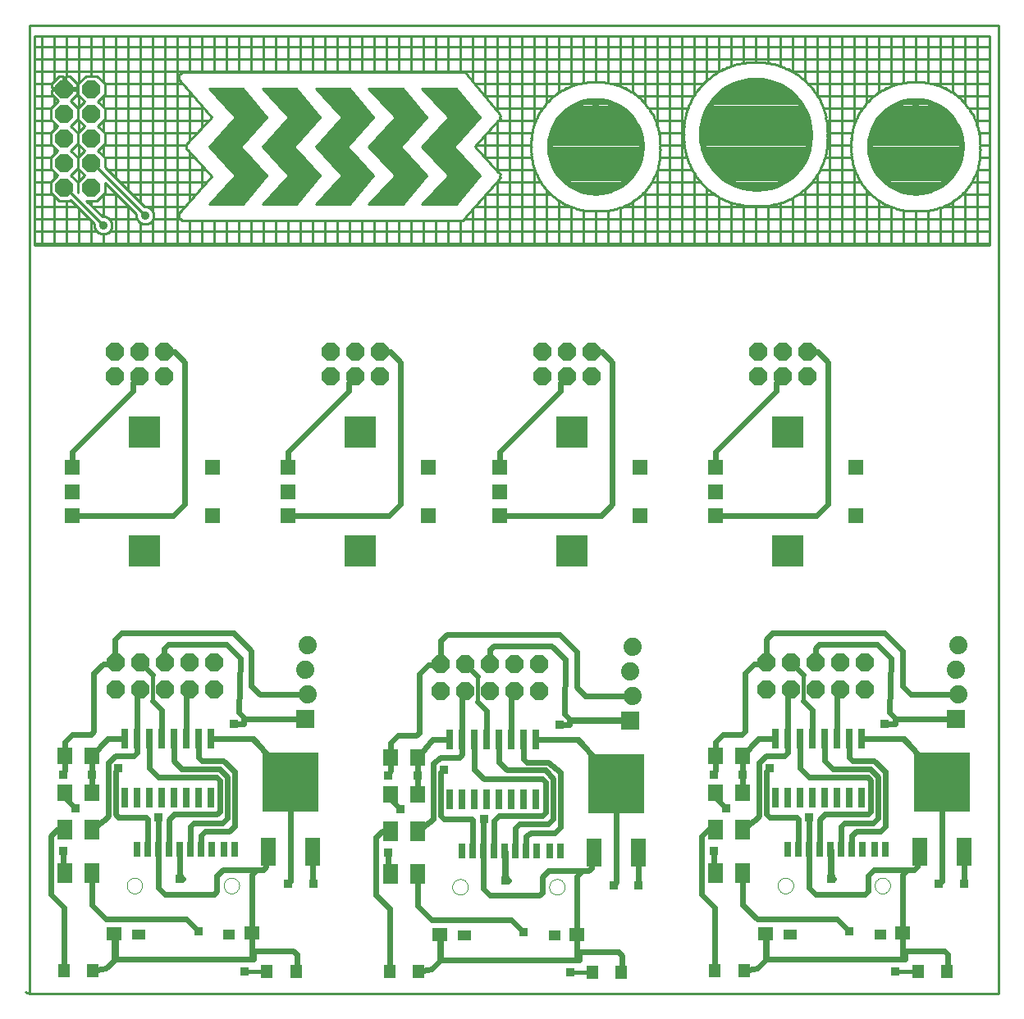
<source format=gtl>
G75*
G70*
%OFA0B0*%
%FSLAX24Y24*%
%IPPOS*%
%LPD*%
%AMOC8*
5,1,8,0,0,1.08239X$1,22.5*
%
%ADD10C,0.0100*%
%ADD11OC8,0.0740*%
%ADD12R,0.0594X0.0594*%
%ADD13R,0.1266X0.1266*%
%ADD14R,0.2283X0.2441*%
%ADD15R,0.0630X0.1181*%
%ADD16R,0.0630X0.0709*%
%ADD17R,0.0260X0.0800*%
%ADD18R,0.0591X0.0531*%
%ADD19R,0.0551X0.0394*%
%ADD20R,0.0512X0.0394*%
%ADD21R,0.0295X0.0591*%
%ADD22C,0.0000*%
%ADD23R,0.0472X0.0551*%
%ADD24R,0.0630X0.0787*%
%ADD25R,0.0740X0.0740*%
%ADD26C,0.0740*%
%ADD27C,0.0340*%
%ADD28C,0.0240*%
%ADD29R,0.0356X0.0356*%
%ADD30C,0.0160*%
%ADD31C,0.0360*%
D10*
X000304Y002050D02*
X000304Y041420D01*
X039674Y041420D01*
X039674Y002050D01*
X000304Y002050D01*
X000150Y002101D01*
X000524Y032492D02*
X000524Y040992D01*
X039304Y040992D01*
X039304Y032492D01*
X000524Y032492D01*
X000524Y032550D02*
X039304Y032550D01*
X039304Y033050D02*
X003556Y033050D01*
X003600Y033094D02*
X003502Y032995D01*
X003373Y032942D01*
X003234Y032942D01*
X003105Y032995D01*
X003007Y033094D01*
X002954Y033223D01*
X002954Y033331D01*
X001974Y034311D01*
X001946Y034283D01*
X001499Y034283D01*
X001182Y034599D01*
X001182Y035047D01*
X001459Y035323D01*
X001182Y035599D01*
X001182Y036047D01*
X001459Y036323D01*
X001182Y036599D01*
X001182Y037047D01*
X001459Y037323D01*
X001182Y037599D01*
X001182Y038047D01*
X001473Y038337D01*
X001202Y038608D01*
X001202Y038773D01*
X001672Y038773D01*
X001672Y038873D01*
X001202Y038873D01*
X001202Y039038D01*
X001507Y039343D01*
X001672Y039343D01*
X001672Y038873D01*
X001772Y038873D01*
X001772Y039343D01*
X001938Y039343D01*
X002242Y039038D01*
X002242Y038873D01*
X001772Y038873D01*
X001772Y038773D01*
X002242Y038773D01*
X002242Y038608D01*
X001972Y038337D01*
X002262Y038047D01*
X002262Y037599D01*
X001986Y037323D01*
X002262Y037047D01*
X002262Y036599D01*
X001986Y036323D01*
X002262Y036047D01*
X002262Y035599D01*
X001986Y035323D01*
X002262Y035047D01*
X002262Y034645D01*
X002282Y034625D01*
X002282Y035047D01*
X002559Y035323D01*
X002282Y035599D01*
X002282Y036047D01*
X002559Y036323D01*
X002282Y036599D01*
X002282Y037047D01*
X002559Y037323D01*
X002282Y037599D01*
X002282Y038047D01*
X002559Y038323D01*
X002282Y038599D01*
X002282Y039047D01*
X002599Y039363D01*
X003046Y039363D01*
X003362Y039047D01*
X003362Y038599D01*
X003086Y038323D01*
X003362Y038047D01*
X003362Y037599D01*
X003086Y037323D01*
X003362Y037047D01*
X003362Y036599D01*
X003086Y036323D01*
X003362Y036047D01*
X003362Y035645D01*
X004965Y034042D01*
X005073Y034042D01*
X005202Y033989D01*
X005300Y033890D01*
X005354Y033762D01*
X005354Y033623D01*
X005300Y033494D01*
X005202Y033395D01*
X005073Y033342D01*
X004934Y033342D01*
X004805Y033395D01*
X004707Y033494D01*
X004654Y033623D01*
X004654Y033731D01*
X003362Y035023D01*
X003362Y034599D01*
X003046Y034283D01*
X002624Y034283D01*
X003265Y033642D01*
X003373Y033642D01*
X003502Y033589D01*
X003600Y033490D01*
X003654Y033362D01*
X003654Y033223D01*
X003600Y033094D01*
X003304Y032942D02*
X003304Y032492D01*
X003804Y032492D02*
X003804Y034581D01*
X003835Y034550D02*
X003313Y034550D01*
X003304Y034541D02*
X003304Y033642D01*
X003541Y033550D02*
X004684Y033550D01*
X004804Y033397D02*
X004804Y032492D01*
X005304Y032492D02*
X005304Y033502D01*
X005324Y033550D02*
X006433Y033550D01*
X006453Y033531D02*
X006513Y033472D01*
X006521Y033472D01*
X006527Y033467D01*
X006611Y033472D01*
X017721Y033472D01*
X017727Y033467D01*
X017811Y033472D01*
X017895Y033472D01*
X017901Y033478D01*
X017909Y033479D01*
X017964Y033542D01*
X018024Y033601D01*
X018024Y033610D01*
X019361Y035138D01*
X019419Y035191D01*
X019420Y035205D01*
X019429Y035216D01*
X019424Y035294D01*
X019428Y035373D01*
X019418Y035383D01*
X019417Y035398D01*
X019358Y035450D01*
X018424Y036477D01*
X018424Y036483D01*
X018415Y036492D01*
X018424Y036501D01*
X018424Y036507D01*
X019355Y037532D01*
X019413Y037579D01*
X019415Y037598D01*
X019428Y037612D01*
X019424Y037686D01*
X019432Y037760D01*
X019420Y037775D01*
X019419Y037794D01*
X019364Y037844D01*
X018124Y039370D01*
X018124Y039383D01*
X018067Y039440D01*
X018017Y039502D01*
X018004Y039503D01*
X017995Y039512D01*
X017915Y039512D01*
X017836Y039520D01*
X017826Y039512D01*
X006611Y039512D01*
X006527Y039518D01*
X006521Y039512D01*
X006513Y039512D01*
X006453Y039453D01*
X006390Y039398D01*
X006390Y039389D01*
X006384Y039383D01*
X006384Y039300D01*
X006378Y039216D01*
X006384Y039210D01*
X006384Y039201D01*
X006443Y039142D01*
X007708Y037696D01*
X006748Y036648D01*
X006688Y036593D01*
X006687Y036582D01*
X006680Y036574D01*
X006684Y036492D01*
X006680Y036411D01*
X006687Y036403D01*
X006688Y036392D01*
X006748Y036337D01*
X007708Y035289D01*
X006443Y033843D01*
X006384Y033783D01*
X006384Y033775D01*
X006378Y033769D01*
X006384Y033685D01*
X006384Y033601D01*
X006390Y033595D01*
X006390Y033587D01*
X006453Y033531D01*
X006804Y033472D02*
X006804Y032492D01*
X007304Y032492D02*
X007304Y033472D01*
X007804Y033472D02*
X007804Y032492D01*
X008304Y032492D02*
X008304Y033472D01*
X008973Y034130D02*
X007595Y034130D01*
X008678Y035311D01*
X007595Y036492D01*
X008678Y037673D01*
X007595Y038854D01*
X008973Y038854D01*
X009957Y037673D01*
X008875Y036492D01*
X009957Y035311D01*
X008973Y034130D01*
X008999Y034161D02*
X007623Y034161D01*
X007714Y034259D02*
X009081Y034259D01*
X009163Y034358D02*
X007804Y034358D01*
X007894Y034456D02*
X009245Y034456D01*
X009327Y034555D02*
X007984Y034555D01*
X008075Y034653D02*
X009409Y034653D01*
X009491Y034752D02*
X008165Y034752D01*
X008255Y034850D02*
X009573Y034850D01*
X009655Y034949D02*
X008346Y034949D01*
X008436Y035047D02*
X009737Y035047D01*
X009820Y035146D02*
X008526Y035146D01*
X008617Y035244D02*
X009902Y035244D01*
X009928Y035343D02*
X008649Y035343D01*
X008558Y035441D02*
X009838Y035441D01*
X009748Y035540D02*
X008468Y035540D01*
X008378Y035638D02*
X009657Y035638D01*
X009567Y035737D02*
X008288Y035737D01*
X008197Y035835D02*
X009477Y035835D01*
X009386Y035934D02*
X008107Y035934D01*
X008017Y036032D02*
X009296Y036032D01*
X009206Y036131D02*
X007926Y036131D01*
X007836Y036229D02*
X009116Y036229D01*
X009025Y036328D02*
X007746Y036328D01*
X007656Y036426D02*
X008935Y036426D01*
X008904Y036525D02*
X007625Y036525D01*
X007715Y036623D02*
X008995Y036623D01*
X009085Y036722D02*
X007806Y036722D01*
X007896Y036820D02*
X009175Y036820D01*
X009266Y036919D02*
X007986Y036919D01*
X008076Y037017D02*
X009356Y037017D01*
X009446Y037116D02*
X008167Y037116D01*
X008257Y037214D02*
X009537Y037214D01*
X009627Y037313D02*
X008347Y037313D01*
X008438Y037411D02*
X009717Y037411D01*
X009807Y037510D02*
X008528Y037510D01*
X008618Y037608D02*
X009898Y037608D01*
X009929Y037707D02*
X008647Y037707D01*
X008557Y037805D02*
X009847Y037805D01*
X009765Y037904D02*
X008466Y037904D01*
X008376Y038002D02*
X009683Y038002D01*
X009601Y038101D02*
X008286Y038101D01*
X008196Y038199D02*
X009519Y038199D01*
X009437Y038298D02*
X008105Y038298D01*
X008015Y038396D02*
X009355Y038396D01*
X009273Y038495D02*
X007925Y038495D01*
X007834Y038593D02*
X009191Y038593D01*
X009109Y038692D02*
X007744Y038692D01*
X007654Y038790D02*
X009026Y038790D01*
X008804Y039512D02*
X008804Y040992D01*
X009304Y040992D02*
X009304Y039512D01*
X009804Y039512D02*
X009804Y040992D01*
X010304Y040992D02*
X010304Y039512D01*
X009760Y038854D02*
X011138Y038854D01*
X012123Y037673D01*
X011040Y036492D01*
X012123Y035311D01*
X011138Y034130D01*
X009760Y034130D01*
X010843Y035311D01*
X009760Y036492D01*
X010843Y037673D01*
X009760Y038854D01*
X009819Y038790D02*
X011192Y038790D01*
X011274Y038692D02*
X009910Y038692D01*
X010000Y038593D02*
X011356Y038593D01*
X011438Y038495D02*
X010090Y038495D01*
X010180Y038396D02*
X011520Y038396D01*
X011602Y038298D02*
X010271Y038298D01*
X010361Y038199D02*
X011684Y038199D01*
X011766Y038101D02*
X010451Y038101D01*
X010542Y038002D02*
X011848Y038002D01*
X011931Y037904D02*
X010632Y037904D01*
X010722Y037805D02*
X012013Y037805D01*
X012095Y037707D02*
X010812Y037707D01*
X010784Y037608D02*
X012063Y037608D01*
X011973Y037510D02*
X010693Y037510D01*
X010603Y037411D02*
X011882Y037411D01*
X011792Y037313D02*
X010513Y037313D01*
X010422Y037214D02*
X011702Y037214D01*
X011612Y037116D02*
X010332Y037116D01*
X010242Y037017D02*
X011521Y037017D01*
X011431Y036919D02*
X010151Y036919D01*
X010061Y036820D02*
X011341Y036820D01*
X011250Y036722D02*
X009971Y036722D01*
X009881Y036623D02*
X011160Y036623D01*
X011070Y036525D02*
X009790Y036525D01*
X009821Y036426D02*
X011100Y036426D01*
X011191Y036328D02*
X009911Y036328D01*
X010001Y036229D02*
X011281Y036229D01*
X011371Y036131D02*
X010092Y036131D01*
X010182Y036032D02*
X011462Y036032D01*
X011552Y035934D02*
X010272Y035934D01*
X010363Y035835D02*
X011642Y035835D01*
X011732Y035737D02*
X010453Y035737D01*
X010543Y035638D02*
X011823Y035638D01*
X011913Y035540D02*
X010633Y035540D01*
X010724Y035441D02*
X012003Y035441D01*
X012094Y035343D02*
X010814Y035343D01*
X010782Y035244D02*
X012067Y035244D01*
X011985Y035146D02*
X010692Y035146D01*
X010601Y035047D02*
X011903Y035047D01*
X011821Y034949D02*
X010511Y034949D01*
X010421Y034850D02*
X011739Y034850D01*
X011657Y034752D02*
X010330Y034752D01*
X010240Y034653D02*
X011574Y034653D01*
X011492Y034555D02*
X010150Y034555D01*
X010060Y034456D02*
X011410Y034456D01*
X011328Y034358D02*
X009969Y034358D01*
X009879Y034259D02*
X011246Y034259D01*
X011164Y034161D02*
X009789Y034161D01*
X009804Y033472D02*
X009804Y032492D01*
X010304Y032492D02*
X010304Y033472D01*
X010804Y033472D02*
X010804Y032492D01*
X011304Y032492D02*
X011304Y033472D01*
X011804Y033472D02*
X011804Y032492D01*
X012304Y032492D02*
X012304Y033472D01*
X011926Y034130D02*
X013008Y035311D01*
X011926Y036492D01*
X013008Y037673D01*
X011926Y038854D01*
X013304Y038854D01*
X014288Y037673D01*
X013205Y036492D01*
X014288Y035311D01*
X013304Y034130D01*
X011926Y034130D01*
X011954Y034161D02*
X013329Y034161D01*
X013411Y034259D02*
X012044Y034259D01*
X012135Y034358D02*
X013494Y034358D01*
X013576Y034456D02*
X012225Y034456D01*
X012315Y034555D02*
X013658Y034555D01*
X013740Y034653D02*
X012405Y034653D01*
X012496Y034752D02*
X013822Y034752D01*
X013904Y034850D02*
X012586Y034850D01*
X012676Y034949D02*
X013986Y034949D01*
X014068Y035047D02*
X012767Y035047D01*
X012857Y035146D02*
X014150Y035146D01*
X014232Y035244D02*
X012947Y035244D01*
X012979Y035343D02*
X014259Y035343D01*
X014169Y035441D02*
X012889Y035441D01*
X012799Y035540D02*
X014078Y035540D01*
X013988Y035638D02*
X012709Y035638D01*
X012618Y035737D02*
X013898Y035737D01*
X013807Y035835D02*
X012528Y035835D01*
X012438Y035934D02*
X013717Y035934D01*
X013627Y036032D02*
X012347Y036032D01*
X012257Y036131D02*
X013537Y036131D01*
X013446Y036229D02*
X012167Y036229D01*
X012077Y036328D02*
X013356Y036328D01*
X013266Y036426D02*
X011986Y036426D01*
X011956Y036525D02*
X013235Y036525D01*
X013325Y036623D02*
X012046Y036623D01*
X012136Y036722D02*
X013416Y036722D01*
X013506Y036820D02*
X012227Y036820D01*
X012317Y036919D02*
X013596Y036919D01*
X013687Y037017D02*
X012407Y037017D01*
X012497Y037116D02*
X013777Y037116D01*
X013867Y037214D02*
X012588Y037214D01*
X012678Y037313D02*
X013958Y037313D01*
X014048Y037411D02*
X012768Y037411D01*
X012859Y037510D02*
X014138Y037510D01*
X014228Y037608D02*
X012949Y037608D01*
X012978Y037707D02*
X014260Y037707D01*
X014178Y037805D02*
X012887Y037805D01*
X012797Y037904D02*
X014096Y037904D01*
X014014Y038002D02*
X012707Y038002D01*
X012617Y038101D02*
X013932Y038101D01*
X013850Y038199D02*
X012526Y038199D01*
X012436Y038298D02*
X013768Y038298D01*
X013686Y038396D02*
X012346Y038396D01*
X012255Y038495D02*
X013603Y038495D01*
X013521Y038593D02*
X012165Y038593D01*
X012075Y038692D02*
X013439Y038692D01*
X013357Y038790D02*
X011985Y038790D01*
X011804Y039512D02*
X011804Y040992D01*
X012304Y040992D02*
X012304Y039512D01*
X012804Y039512D02*
X012804Y040992D01*
X013304Y040992D02*
X013304Y039512D01*
X013804Y039512D02*
X013804Y040992D01*
X014304Y040992D02*
X014304Y039512D01*
X014091Y038854D02*
X015469Y038854D01*
X016453Y037673D01*
X015371Y036492D01*
X016453Y035311D01*
X015469Y034130D01*
X014091Y034130D01*
X015174Y035311D01*
X014091Y036492D01*
X015174Y037673D01*
X014091Y038854D01*
X014150Y038790D02*
X015523Y038790D01*
X015605Y038692D02*
X014240Y038692D01*
X014331Y038593D02*
X015687Y038593D01*
X015769Y038495D02*
X014421Y038495D01*
X014511Y038396D02*
X015851Y038396D01*
X015933Y038298D02*
X014601Y038298D01*
X014692Y038199D02*
X016015Y038199D01*
X016097Y038101D02*
X014782Y038101D01*
X014872Y038002D02*
X016179Y038002D01*
X016261Y037904D02*
X014963Y037904D01*
X015053Y037805D02*
X016343Y037805D01*
X016425Y037707D02*
X015143Y037707D01*
X015114Y037608D02*
X016394Y037608D01*
X016303Y037510D02*
X015024Y037510D01*
X014934Y037411D02*
X016213Y037411D01*
X016123Y037313D02*
X014843Y037313D01*
X014753Y037214D02*
X016033Y037214D01*
X015942Y037116D02*
X014663Y037116D01*
X014572Y037017D02*
X015852Y037017D01*
X015762Y036919D02*
X014482Y036919D01*
X014392Y036820D02*
X015671Y036820D01*
X015581Y036722D02*
X014302Y036722D01*
X014211Y036623D02*
X015491Y036623D01*
X015401Y036525D02*
X014121Y036525D01*
X014152Y036426D02*
X015431Y036426D01*
X015521Y036328D02*
X014242Y036328D01*
X014332Y036229D02*
X015612Y036229D01*
X015702Y036131D02*
X014422Y036131D01*
X014513Y036032D02*
X015792Y036032D01*
X015883Y035934D02*
X014603Y035934D01*
X014693Y035835D02*
X015973Y035835D01*
X016063Y035737D02*
X014784Y035737D01*
X014874Y035638D02*
X016153Y035638D01*
X016244Y035540D02*
X014964Y035540D01*
X015054Y035441D02*
X016334Y035441D01*
X016424Y035343D02*
X015145Y035343D01*
X015113Y035244D02*
X016398Y035244D01*
X016316Y035146D02*
X015022Y035146D01*
X014932Y035047D02*
X016234Y035047D01*
X016151Y034949D02*
X014842Y034949D01*
X014751Y034850D02*
X016069Y034850D01*
X015987Y034752D02*
X014661Y034752D01*
X014571Y034653D02*
X015905Y034653D01*
X015823Y034555D02*
X014481Y034555D01*
X014390Y034456D02*
X015741Y034456D01*
X015659Y034358D02*
X014300Y034358D01*
X014210Y034259D02*
X015577Y034259D01*
X015495Y034161D02*
X014119Y034161D01*
X014304Y033472D02*
X014304Y032492D01*
X013804Y032492D02*
X013804Y033472D01*
X013304Y033472D02*
X013304Y032492D01*
X012804Y032492D02*
X012804Y033472D01*
X014804Y033472D02*
X014804Y032492D01*
X015304Y032492D02*
X015304Y033472D01*
X015804Y033472D02*
X015804Y032492D01*
X016304Y032492D02*
X016304Y033472D01*
X016257Y034130D02*
X017339Y035311D01*
X016257Y036492D01*
X017339Y037673D01*
X016257Y038854D01*
X017634Y038854D01*
X018619Y037673D01*
X017536Y036492D01*
X018619Y035311D01*
X017634Y034130D01*
X016257Y034130D01*
X016285Y034161D02*
X017660Y034161D01*
X017742Y034259D02*
X016375Y034259D01*
X016465Y034358D02*
X017824Y034358D01*
X017906Y034456D02*
X016556Y034456D01*
X016646Y034555D02*
X017988Y034555D01*
X018071Y034653D02*
X016736Y034653D01*
X016826Y034752D02*
X018153Y034752D01*
X018235Y034850D02*
X016917Y034850D01*
X017007Y034949D02*
X018317Y034949D01*
X018399Y035047D02*
X017097Y035047D01*
X017188Y035146D02*
X018481Y035146D01*
X018563Y035244D02*
X017278Y035244D01*
X017310Y035343D02*
X018590Y035343D01*
X018499Y035441D02*
X017220Y035441D01*
X017130Y035540D02*
X018409Y035540D01*
X018319Y035638D02*
X017039Y035638D01*
X016949Y035737D02*
X018228Y035737D01*
X018138Y035835D02*
X016859Y035835D01*
X016768Y035934D02*
X018048Y035934D01*
X017958Y036032D02*
X016678Y036032D01*
X016588Y036131D02*
X017867Y036131D01*
X017777Y036229D02*
X016498Y036229D01*
X016407Y036328D02*
X017687Y036328D01*
X017596Y036426D02*
X016317Y036426D01*
X016286Y036525D02*
X017566Y036525D01*
X017656Y036623D02*
X016377Y036623D01*
X016467Y036722D02*
X017746Y036722D01*
X017837Y036820D02*
X016557Y036820D01*
X016648Y036919D02*
X017927Y036919D01*
X018017Y037017D02*
X016738Y037017D01*
X016828Y037116D02*
X018108Y037116D01*
X018198Y037214D02*
X016918Y037214D01*
X017009Y037313D02*
X018288Y037313D01*
X018379Y037411D02*
X017099Y037411D01*
X017189Y037510D02*
X018469Y037510D01*
X018559Y037608D02*
X017280Y037608D01*
X017308Y037707D02*
X018591Y037707D01*
X018509Y037805D02*
X017218Y037805D01*
X017128Y037904D02*
X018427Y037904D01*
X018345Y038002D02*
X017038Y038002D01*
X016947Y038101D02*
X018262Y038101D01*
X018180Y038199D02*
X016857Y038199D01*
X016767Y038298D02*
X018098Y038298D01*
X018016Y038396D02*
X016676Y038396D01*
X016586Y038495D02*
X017934Y038495D01*
X017852Y038593D02*
X016496Y038593D01*
X016406Y038692D02*
X017770Y038692D01*
X017688Y038790D02*
X016315Y038790D01*
X016304Y039512D02*
X016304Y040992D01*
X015804Y040992D02*
X015804Y039512D01*
X015304Y039512D02*
X015304Y040992D01*
X014804Y040992D02*
X014804Y039512D01*
X016804Y039512D02*
X016804Y040992D01*
X017304Y040992D02*
X017304Y039512D01*
X017804Y039512D02*
X017804Y040992D01*
X018304Y040992D02*
X018304Y039149D01*
X018384Y039050D02*
X022634Y039050D01*
X022601Y039039D02*
X022524Y039025D01*
X022515Y039013D01*
X022395Y038975D01*
X022381Y038981D01*
X022310Y038949D01*
X022236Y038926D01*
X022229Y038912D01*
X022114Y038861D01*
X022099Y038864D01*
X022032Y038824D01*
X021961Y038792D01*
X021956Y038778D01*
X021848Y038713D01*
X021833Y038714D01*
X021772Y038666D01*
X021705Y038626D01*
X021702Y038611D01*
X021603Y038534D01*
X021587Y038534D01*
X021532Y038479D01*
X021471Y038431D01*
X021469Y038416D01*
X021380Y038327D01*
X021365Y038325D01*
X021317Y038264D01*
X021262Y038209D01*
X021262Y038193D01*
X021185Y038094D01*
X021170Y038091D01*
X021129Y038024D01*
X021082Y037963D01*
X021083Y037948D01*
X021018Y037840D01*
X021004Y037834D01*
X020972Y037764D01*
X020932Y037697D01*
X020935Y037682D01*
X020884Y037567D01*
X020870Y037560D01*
X020847Y037486D01*
X020815Y037415D01*
X020821Y037401D01*
X020783Y037281D01*
X020771Y037272D01*
X020757Y037195D01*
X020733Y037121D01*
X020741Y037108D01*
X020718Y036984D01*
X020706Y036974D01*
X020702Y036896D01*
X020688Y036819D01*
X020696Y036807D01*
X020689Y036689D01*
X020684Y036683D01*
X020684Y036599D01*
X020679Y036515D01*
X020684Y036509D01*
X020684Y036501D01*
X020693Y036492D01*
X020684Y036483D01*
X020684Y036476D01*
X020679Y036470D01*
X020684Y036386D01*
X020684Y036301D01*
X020689Y036296D01*
X020696Y036177D01*
X020688Y036165D01*
X020702Y036088D01*
X020706Y036011D01*
X020718Y036001D01*
X020741Y035877D01*
X020733Y035863D01*
X020757Y035789D01*
X020771Y035712D01*
X020783Y035704D01*
X020821Y035584D01*
X020815Y035569D01*
X020847Y035498D01*
X020870Y035424D01*
X020884Y035417D01*
X020935Y035302D01*
X020932Y035288D01*
X020972Y035221D01*
X021004Y035150D01*
X021018Y035145D01*
X021083Y035037D01*
X021082Y035022D01*
X021129Y034960D01*
X021170Y034894D01*
X021185Y034890D01*
X021262Y034791D01*
X021262Y034776D01*
X021317Y034721D01*
X021365Y034660D01*
X021380Y034658D01*
X021469Y034569D01*
X021471Y034554D01*
X021532Y034506D01*
X021587Y034451D01*
X021603Y034451D01*
X021702Y034373D01*
X021705Y034358D01*
X021772Y034318D01*
X021833Y034270D01*
X021848Y034272D01*
X021956Y034207D01*
X021961Y034192D01*
X022032Y034161D01*
X022099Y034120D01*
X022114Y034124D01*
X022229Y034072D01*
X022236Y034059D01*
X022310Y034036D01*
X022381Y034004D01*
X022395Y034009D01*
X022515Y033972D01*
X022524Y033959D01*
X022601Y033945D01*
X022675Y033922D01*
X022688Y033929D01*
X022812Y033906D01*
X022822Y033895D01*
X022900Y033890D01*
X022976Y033876D01*
X022989Y033885D01*
X023107Y033878D01*
X023113Y033872D01*
X023197Y033872D01*
X023281Y033867D01*
X023287Y033872D01*
X023420Y033872D01*
X023426Y033867D01*
X023510Y033872D01*
X023595Y033872D01*
X023600Y033878D01*
X023706Y033884D01*
X023719Y033875D01*
X023795Y033889D01*
X023873Y033894D01*
X023883Y033906D01*
X023995Y033926D01*
X024009Y033919D01*
X024083Y033942D01*
X024160Y033956D01*
X024168Y033969D01*
X024277Y034003D01*
X024291Y033997D01*
X024362Y034029D01*
X024436Y034052D01*
X024443Y034066D01*
X024547Y034112D01*
X024562Y034109D01*
X024629Y034149D01*
X024700Y034181D01*
X024705Y034195D01*
X024802Y034254D01*
X024817Y034252D01*
X024879Y034300D01*
X024945Y034341D01*
X024949Y034355D01*
X025039Y034425D01*
X025054Y034425D01*
X025109Y034481D01*
X025170Y034529D01*
X025172Y034544D01*
X025252Y034624D01*
X025267Y034626D01*
X025315Y034687D01*
X025370Y034742D01*
X025370Y034757D01*
X025441Y034847D01*
X025455Y034851D01*
X025496Y034917D01*
X025544Y034979D01*
X025542Y034994D01*
X025601Y035091D01*
X025615Y035096D01*
X025647Y035167D01*
X025687Y035234D01*
X025684Y035249D01*
X025730Y035353D01*
X025744Y035360D01*
X025767Y035434D01*
X025799Y035505D01*
X025793Y035519D01*
X025827Y035628D01*
X025840Y035636D01*
X025854Y035713D01*
X025877Y035787D01*
X025870Y035801D01*
X025890Y035913D01*
X025902Y035923D01*
X025907Y036000D01*
X025921Y036077D01*
X025912Y036090D01*
X025918Y036196D01*
X025924Y036201D01*
X025924Y036286D01*
X025929Y036370D01*
X025924Y036376D01*
X025924Y036509D01*
X025929Y036515D01*
X025924Y036599D01*
X025924Y036683D01*
X025918Y036689D01*
X025911Y036807D01*
X025920Y036819D01*
X025906Y036896D01*
X025901Y036974D01*
X025890Y036984D01*
X025867Y037108D01*
X025874Y037121D01*
X025851Y037195D01*
X025837Y037272D01*
X025824Y037281D01*
X025787Y037401D01*
X025792Y037415D01*
X025760Y037486D01*
X025737Y037560D01*
X025724Y037567D01*
X025672Y037682D01*
X025676Y037697D01*
X025635Y037764D01*
X025604Y037834D01*
X025589Y037840D01*
X025524Y037948D01*
X025526Y037963D01*
X025478Y038024D01*
X025438Y038091D01*
X025423Y038094D01*
X025345Y038193D01*
X025345Y038209D01*
X025290Y038264D01*
X025242Y038325D01*
X025227Y038327D01*
X025138Y038416D01*
X025136Y038431D01*
X025075Y038479D01*
X025020Y038534D01*
X025005Y038534D01*
X024906Y038611D01*
X024902Y038626D01*
X024835Y038666D01*
X024774Y038714D01*
X024759Y038713D01*
X024651Y038778D01*
X024646Y038792D01*
X024575Y038824D01*
X024508Y038864D01*
X024494Y038861D01*
X024379Y038912D01*
X024372Y038926D01*
X024297Y038949D01*
X024227Y038981D01*
X024212Y038975D01*
X024092Y039013D01*
X024083Y039025D01*
X024007Y039039D01*
X023933Y039063D01*
X023919Y039055D01*
X023795Y039078D01*
X023785Y039090D01*
X023708Y039094D01*
X023631Y039108D01*
X023618Y039100D01*
X023500Y039107D01*
X023495Y039112D01*
X023410Y039112D01*
X023326Y039117D01*
X023320Y039112D01*
X023287Y039112D01*
X023281Y039117D01*
X023197Y039112D01*
X023113Y039112D01*
X023107Y039107D01*
X022989Y039100D01*
X022976Y039108D01*
X022900Y039094D01*
X022822Y039090D01*
X022812Y039078D01*
X022688Y039055D01*
X022675Y039063D01*
X022601Y039039D01*
X022804Y039077D02*
X022804Y040992D01*
X023304Y040992D02*
X023304Y039112D01*
X023804Y039077D02*
X023804Y040992D01*
X024304Y040992D02*
X024304Y038947D01*
X023974Y039050D02*
X027680Y039050D01*
X027656Y039026D02*
X027641Y039024D01*
X027593Y038962D01*
X027538Y038907D01*
X027538Y038892D01*
X027438Y038765D01*
X027423Y038761D01*
X027383Y038694D01*
X027335Y038633D01*
X027336Y038618D01*
X027253Y038479D01*
X027238Y038474D01*
X027206Y038403D01*
X027166Y038336D01*
X027170Y038322D01*
X027103Y038174D01*
X027090Y038167D01*
X027067Y038092D01*
X027035Y038021D01*
X027040Y038007D01*
X026992Y037852D01*
X026979Y037844D01*
X026965Y037767D01*
X026942Y037693D01*
X026949Y037679D01*
X026920Y037520D01*
X026909Y037510D01*
X026904Y037432D01*
X026890Y037356D01*
X026899Y037343D01*
X026889Y037189D01*
X026884Y037183D01*
X026884Y037099D01*
X026879Y037015D01*
X026884Y037009D01*
X026884Y037001D01*
X026893Y036992D01*
X026884Y036983D01*
X026884Y036976D01*
X026879Y036970D01*
X026884Y036886D01*
X026884Y036801D01*
X026889Y036796D01*
X026899Y036641D01*
X026890Y036629D01*
X026904Y036552D01*
X026909Y036475D01*
X026920Y036464D01*
X026949Y036305D01*
X026942Y036292D01*
X026965Y036217D01*
X026979Y036141D01*
X026992Y036132D01*
X027040Y035977D01*
X027035Y035963D01*
X027067Y035892D01*
X027090Y035818D01*
X027103Y035811D01*
X027170Y035663D01*
X027166Y035648D01*
X027206Y035582D01*
X027238Y035511D01*
X027253Y035505D01*
X027336Y035366D01*
X027335Y035351D01*
X027383Y035290D01*
X027423Y035223D01*
X027438Y035220D01*
X027538Y035092D01*
X027538Y035077D01*
X027593Y035022D01*
X027641Y034961D01*
X027656Y034959D01*
X027770Y034844D01*
X027772Y034829D01*
X027833Y034781D01*
X027889Y034726D01*
X027904Y034726D01*
X028031Y034626D01*
X028035Y034611D01*
X028102Y034571D01*
X028163Y034523D01*
X028178Y034525D01*
X028317Y034441D01*
X028322Y034427D01*
X028393Y034395D01*
X028460Y034355D01*
X028474Y034358D01*
X028622Y034292D01*
X028629Y034278D01*
X028704Y034255D01*
X028775Y034223D01*
X028789Y034229D01*
X028944Y034180D01*
X028952Y034168D01*
X029029Y034154D01*
X029103Y034131D01*
X029117Y034138D01*
X029276Y034108D01*
X029286Y034097D01*
X029364Y034092D01*
X029440Y034078D01*
X029453Y034087D01*
X029607Y034078D01*
X029613Y034072D01*
X029697Y034072D01*
X029781Y034067D01*
X029787Y034072D01*
X029920Y034072D01*
X029926Y034067D01*
X030010Y034072D01*
X030095Y034072D01*
X030100Y034078D01*
X030243Y034086D01*
X030255Y034078D01*
X030332Y034092D01*
X030409Y034096D01*
X030419Y034108D01*
X030567Y034135D01*
X030580Y034128D01*
X030655Y034151D01*
X030731Y034165D01*
X030740Y034177D01*
X030883Y034222D01*
X030897Y034217D01*
X030968Y034249D01*
X031043Y034272D01*
X031050Y034285D01*
X031187Y034347D01*
X031201Y034343D01*
X031268Y034383D01*
X031339Y034415D01*
X031344Y034430D01*
X031473Y034507D01*
X031488Y034505D01*
X031549Y034553D01*
X031616Y034594D01*
X031619Y034608D01*
X031737Y034701D01*
X031753Y034701D01*
X031808Y034756D01*
X031869Y034804D01*
X031871Y034819D01*
X031977Y034925D01*
X031992Y034927D01*
X032040Y034988D01*
X032095Y035043D01*
X032095Y035058D01*
X032188Y035177D01*
X032202Y035180D01*
X032243Y035247D01*
X032291Y035308D01*
X032289Y035323D01*
X032366Y035452D01*
X032381Y035457D01*
X032413Y035528D01*
X032453Y035595D01*
X032449Y035609D01*
X032511Y035746D01*
X032524Y035753D01*
X032547Y035828D01*
X032579Y035899D01*
X032574Y035913D01*
X032619Y036056D01*
X032631Y036065D01*
X032645Y036141D01*
X032668Y036215D01*
X032661Y036229D01*
X032688Y036377D01*
X032700Y036387D01*
X032704Y036464D01*
X032718Y036541D01*
X032710Y036553D01*
X032718Y036696D01*
X032724Y036701D01*
X032724Y036786D01*
X032729Y036870D01*
X032724Y036876D01*
X032724Y037009D01*
X032729Y037015D01*
X032724Y037099D01*
X032724Y037183D01*
X032718Y037189D01*
X032709Y037343D01*
X032718Y037356D01*
X032704Y037432D01*
X032699Y037510D01*
X032688Y037520D01*
X032658Y037679D01*
X032665Y037693D01*
X032642Y037767D01*
X032628Y037844D01*
X032616Y037852D01*
X032567Y038007D01*
X032573Y038021D01*
X032541Y038092D01*
X032518Y038167D01*
X032504Y038174D01*
X032438Y038322D01*
X032441Y038336D01*
X032401Y038403D01*
X032369Y038474D01*
X032355Y038479D01*
X032271Y038618D01*
X032273Y038633D01*
X032225Y038694D01*
X032185Y038761D01*
X032170Y038765D01*
X032070Y038892D01*
X032070Y038907D01*
X032015Y038962D01*
X031967Y039024D01*
X031952Y039026D01*
X031837Y039140D01*
X031835Y039155D01*
X031774Y039203D01*
X031719Y039258D01*
X031704Y039258D01*
X031576Y039358D01*
X031573Y039373D01*
X031506Y039413D01*
X031445Y039461D01*
X031430Y039460D01*
X031291Y039543D01*
X031285Y039558D01*
X031214Y039590D01*
X031148Y039630D01*
X031133Y039626D01*
X030985Y039693D01*
X030978Y039706D01*
X030904Y039729D01*
X030833Y039761D01*
X030819Y039756D01*
X030664Y039804D01*
X030655Y039817D01*
X030579Y039831D01*
X030504Y039854D01*
X030491Y039847D01*
X030331Y039876D01*
X030321Y039887D01*
X030244Y039892D01*
X030167Y039906D01*
X030155Y039897D01*
X030000Y039907D01*
X029995Y039912D01*
X029910Y039912D01*
X029826Y039917D01*
X029820Y039912D01*
X029787Y039912D01*
X029781Y039917D01*
X029697Y039912D01*
X029613Y039912D01*
X029607Y039907D01*
X029453Y039897D01*
X029440Y039906D01*
X029364Y039892D01*
X029286Y039887D01*
X029276Y039876D01*
X029117Y039847D01*
X029103Y039854D01*
X029029Y039831D01*
X028952Y039817D01*
X028944Y039804D01*
X028789Y039756D01*
X028775Y039761D01*
X028704Y039729D01*
X028629Y039706D01*
X028622Y039693D01*
X028474Y039626D01*
X028460Y039630D01*
X028393Y039590D01*
X028322Y039558D01*
X028317Y039543D01*
X028178Y039460D01*
X028163Y039461D01*
X028102Y039413D01*
X028035Y039373D01*
X028031Y039358D01*
X027904Y039258D01*
X027889Y039258D01*
X027833Y039203D01*
X027772Y039155D01*
X027770Y039140D01*
X027656Y039026D01*
X027804Y039180D02*
X027804Y040992D01*
X028304Y040992D02*
X028304Y039536D01*
X028319Y039550D02*
X000524Y039550D01*
X000524Y039050D02*
X001214Y039050D01*
X001304Y039140D02*
X001304Y040992D01*
X001804Y040992D02*
X001804Y039343D01*
X001772Y039050D02*
X001672Y039050D01*
X001804Y038873D02*
X001804Y038773D01*
X002184Y038550D02*
X002332Y038550D01*
X002304Y038578D02*
X002304Y038068D01*
X002285Y038050D02*
X002259Y038050D01*
X002304Y037578D02*
X002304Y037068D01*
X002285Y037050D02*
X002259Y037050D01*
X002304Y036578D02*
X002304Y036068D01*
X002285Y036050D02*
X002259Y036050D01*
X002304Y035578D02*
X002304Y035068D01*
X002285Y035050D02*
X002259Y035050D01*
X002213Y035550D02*
X002332Y035550D01*
X002822Y035823D02*
X002904Y035792D01*
X005004Y033692D01*
X005304Y033883D02*
X005304Y040992D01*
X005804Y040992D02*
X005804Y032492D01*
X006304Y032492D02*
X006304Y040992D01*
X006804Y040992D02*
X006804Y039512D01*
X007304Y039512D02*
X007304Y040992D01*
X007804Y040992D02*
X007804Y039512D01*
X008304Y039512D02*
X008304Y040992D01*
X006524Y039050D02*
X003359Y039050D01*
X003304Y039105D02*
X003304Y040992D01*
X003804Y040992D02*
X003804Y035203D01*
X003957Y035050D02*
X007499Y035050D01*
X007304Y034826D02*
X007304Y035730D01*
X007469Y035550D02*
X003457Y035550D01*
X003359Y036050D02*
X007011Y036050D01*
X006804Y036276D02*
X006804Y034255D01*
X006624Y034050D02*
X004957Y034050D01*
X004804Y034203D02*
X004804Y040992D01*
X004304Y040992D02*
X004304Y034703D01*
X004457Y034550D02*
X007062Y034550D01*
X006681Y036550D02*
X003313Y036550D01*
X003304Y036541D02*
X003304Y036105D01*
X003359Y037050D02*
X007116Y037050D01*
X007304Y037254D02*
X007304Y038158D01*
X007399Y038050D02*
X003359Y038050D01*
X003304Y038105D02*
X003304Y038541D01*
X003313Y038550D02*
X006961Y038550D01*
X006804Y038730D02*
X006804Y036709D01*
X007575Y037550D02*
X003313Y037550D01*
X003304Y037541D02*
X003304Y037105D01*
X002332Y037550D02*
X002213Y037550D01*
X001304Y037478D02*
X001304Y037168D01*
X001185Y037050D02*
X000524Y037050D01*
X000524Y036550D02*
X001232Y036550D01*
X001304Y036478D02*
X001304Y036168D01*
X001185Y036050D02*
X000524Y036050D01*
X000524Y035550D02*
X001232Y035550D01*
X001304Y035478D02*
X001304Y035168D01*
X001185Y035050D02*
X000524Y035050D01*
X000524Y034550D02*
X001232Y034550D01*
X001304Y034478D02*
X001304Y032492D01*
X001804Y032492D02*
X001804Y034283D01*
X002235Y034050D02*
X000524Y034050D01*
X000524Y033550D02*
X002735Y033550D01*
X002804Y033481D02*
X002804Y032492D01*
X003051Y033050D02*
X000524Y033050D01*
X000804Y032492D02*
X000804Y040992D01*
X000524Y040550D02*
X039304Y040550D01*
X039304Y040050D02*
X000524Y040050D01*
X001304Y038873D02*
X001304Y038773D01*
X001260Y038550D02*
X000524Y038550D01*
X000524Y038050D02*
X001185Y038050D01*
X001304Y038168D02*
X001304Y038506D01*
X001232Y037550D02*
X000524Y037550D01*
X002213Y036550D02*
X002332Y036550D01*
X001722Y034823D02*
X001804Y034792D01*
X003304Y033292D01*
X002857Y034050D02*
X004335Y034050D01*
X004304Y034081D02*
X004304Y032492D01*
X002804Y034103D02*
X002804Y034283D01*
X002304Y033981D02*
X002304Y032492D01*
X002231Y039050D02*
X002285Y039050D01*
X002304Y039068D02*
X002304Y040992D01*
X002804Y040992D02*
X002804Y039363D01*
X008804Y033472D02*
X008804Y032492D01*
X009304Y032492D02*
X009304Y033472D01*
X010804Y039512D02*
X010804Y040992D01*
X011304Y040992D02*
X011304Y039512D01*
X016804Y033472D02*
X016804Y032492D01*
X017304Y032492D02*
X017304Y033472D01*
X017804Y033472D02*
X017804Y032492D01*
X018304Y032492D02*
X018304Y033930D01*
X018409Y034050D02*
X022265Y034050D01*
X022304Y034038D02*
X022304Y032492D01*
X021804Y032492D02*
X021804Y034293D01*
X021476Y034550D02*
X018846Y034550D01*
X018804Y034501D02*
X018804Y032492D01*
X019304Y032492D02*
X019304Y035072D01*
X019284Y035050D02*
X021076Y035050D01*
X021304Y034734D02*
X021304Y032492D01*
X020804Y032492D02*
X020804Y035638D01*
X020824Y035550D02*
X019267Y035550D01*
X019304Y035509D02*
X019304Y037475D01*
X019377Y037550D02*
X020867Y037550D01*
X020804Y037347D02*
X020804Y040992D01*
X021304Y040992D02*
X021304Y038250D01*
X021145Y038050D02*
X019197Y038050D01*
X019304Y037918D02*
X019304Y040992D01*
X019804Y040992D02*
X019804Y032492D01*
X020304Y032492D02*
X020304Y040992D01*
X018804Y040992D02*
X018804Y038533D01*
X018790Y038550D02*
X021623Y038550D01*
X021804Y038691D02*
X021804Y040992D01*
X022304Y040992D02*
X022304Y038947D01*
X020730Y037050D02*
X018917Y037050D01*
X018804Y036925D02*
X018804Y036059D01*
X018812Y036050D02*
X020704Y036050D01*
X020681Y036550D02*
X018462Y036550D01*
X017972Y033550D02*
X039304Y033550D01*
X039304Y034050D02*
X037428Y034050D01*
X037436Y034052D02*
X037443Y034066D01*
X037547Y034112D01*
X037562Y034109D01*
X037629Y034149D01*
X037700Y034181D01*
X037705Y034195D01*
X037802Y034254D01*
X037817Y034252D01*
X037879Y034300D01*
X037945Y034341D01*
X037949Y034355D01*
X038039Y034425D01*
X038054Y034425D01*
X038109Y034481D01*
X038170Y034529D01*
X038172Y034544D01*
X038252Y034624D01*
X038267Y034626D01*
X038315Y034687D01*
X038370Y034742D01*
X038370Y034757D01*
X038441Y034847D01*
X038455Y034851D01*
X038496Y034917D01*
X038544Y034979D01*
X038542Y034994D01*
X038601Y035091D01*
X038615Y035096D01*
X038647Y035167D01*
X038687Y035234D01*
X038684Y035249D01*
X038730Y035353D01*
X038744Y035360D01*
X038767Y035434D01*
X038799Y035505D01*
X038793Y035519D01*
X038827Y035628D01*
X038840Y035636D01*
X038854Y035713D01*
X038877Y035787D01*
X038870Y035801D01*
X038890Y035913D01*
X038902Y035923D01*
X038907Y036000D01*
X038921Y036077D01*
X038912Y036090D01*
X038918Y036196D01*
X038924Y036201D01*
X038924Y036286D01*
X038929Y036370D01*
X038924Y036376D01*
X038924Y036509D01*
X038929Y036515D01*
X038924Y036599D01*
X038924Y036683D01*
X038918Y036689D01*
X038911Y036807D01*
X038920Y036819D01*
X038906Y036896D01*
X038901Y036974D01*
X038890Y036984D01*
X038867Y037108D01*
X038874Y037121D01*
X038851Y037195D01*
X038837Y037272D01*
X038824Y037281D01*
X038787Y037401D01*
X038792Y037415D01*
X038760Y037486D01*
X038737Y037560D01*
X038724Y037567D01*
X038672Y037682D01*
X038676Y037697D01*
X038635Y037764D01*
X038604Y037834D01*
X038589Y037840D01*
X038524Y037948D01*
X038526Y037963D01*
X038478Y038024D01*
X038438Y038091D01*
X038423Y038094D01*
X038345Y038193D01*
X038345Y038209D01*
X038290Y038264D01*
X038242Y038325D01*
X038227Y038327D01*
X038138Y038416D01*
X038136Y038431D01*
X038075Y038479D01*
X038020Y038534D01*
X038005Y038534D01*
X037906Y038611D01*
X037902Y038626D01*
X037835Y038666D01*
X037774Y038714D01*
X037759Y038713D01*
X037651Y038778D01*
X037646Y038792D01*
X037575Y038824D01*
X037508Y038864D01*
X037494Y038861D01*
X037379Y038912D01*
X037372Y038926D01*
X037297Y038949D01*
X037227Y038981D01*
X037212Y038975D01*
X037092Y039013D01*
X037083Y039025D01*
X037007Y039039D01*
X036933Y039063D01*
X036919Y039055D01*
X036795Y039078D01*
X036785Y039090D01*
X036708Y039094D01*
X036631Y039108D01*
X036618Y039100D01*
X036500Y039107D01*
X036495Y039112D01*
X036410Y039112D01*
X036326Y039117D01*
X036320Y039112D01*
X036287Y039112D01*
X036281Y039117D01*
X036197Y039112D01*
X036113Y039112D01*
X036107Y039107D01*
X035989Y039100D01*
X035976Y039108D01*
X035900Y039094D01*
X035822Y039090D01*
X035812Y039078D01*
X035688Y039055D01*
X035675Y039063D01*
X035601Y039039D01*
X035524Y039025D01*
X035515Y039013D01*
X035395Y038975D01*
X035381Y038981D01*
X035310Y038949D01*
X035236Y038926D01*
X035229Y038912D01*
X035114Y038861D01*
X035099Y038864D01*
X035032Y038824D01*
X034961Y038792D01*
X034956Y038778D01*
X034848Y038713D01*
X034833Y038714D01*
X034772Y038666D01*
X034705Y038626D01*
X034702Y038611D01*
X034603Y038534D01*
X034587Y038534D01*
X034532Y038479D01*
X034471Y038431D01*
X034469Y038416D01*
X034380Y038327D01*
X034365Y038325D01*
X034317Y038264D01*
X034262Y038209D01*
X034262Y038193D01*
X034185Y038094D01*
X034170Y038091D01*
X034129Y038024D01*
X034082Y037963D01*
X034083Y037948D01*
X034018Y037840D01*
X034004Y037834D01*
X033972Y037764D01*
X033932Y037697D01*
X033935Y037682D01*
X033884Y037567D01*
X033870Y037560D01*
X033847Y037486D01*
X033815Y037415D01*
X033821Y037401D01*
X033783Y037281D01*
X033771Y037272D01*
X033757Y037195D01*
X033733Y037121D01*
X033741Y037108D01*
X033718Y036984D01*
X033706Y036974D01*
X033702Y036896D01*
X033688Y036819D01*
X033696Y036807D01*
X033689Y036689D01*
X033684Y036683D01*
X033684Y036599D01*
X033679Y036515D01*
X033684Y036509D01*
X033684Y036501D01*
X033693Y036492D01*
X033684Y036483D01*
X033684Y036476D01*
X033679Y036470D01*
X033684Y036386D01*
X033684Y036301D01*
X033689Y036296D01*
X033696Y036177D01*
X033688Y036165D01*
X033702Y036088D01*
X033706Y036011D01*
X033718Y036001D01*
X033741Y035877D01*
X033733Y035863D01*
X033757Y035789D01*
X033771Y035712D01*
X033783Y035704D01*
X033821Y035584D01*
X033815Y035569D01*
X033847Y035498D01*
X033870Y035424D01*
X033884Y035417D01*
X033935Y035302D01*
X033932Y035288D01*
X033972Y035221D01*
X034004Y035150D01*
X034018Y035145D01*
X034083Y035037D01*
X034082Y035022D01*
X034129Y034960D01*
X034170Y034894D01*
X034185Y034890D01*
X034262Y034791D01*
X034262Y034776D01*
X034317Y034721D01*
X034365Y034660D01*
X034380Y034658D01*
X034469Y034569D01*
X034471Y034554D01*
X034532Y034506D01*
X034587Y034451D01*
X034603Y034451D01*
X034702Y034373D01*
X034705Y034358D01*
X034772Y034318D01*
X034833Y034270D01*
X034848Y034272D01*
X034956Y034207D01*
X034961Y034192D01*
X035032Y034161D01*
X035099Y034120D01*
X035114Y034124D01*
X035229Y034072D01*
X035236Y034059D01*
X035310Y034036D01*
X035381Y034004D01*
X035395Y034009D01*
X035515Y033972D01*
X035524Y033959D01*
X035601Y033945D01*
X035675Y033922D01*
X035688Y033929D01*
X035812Y033906D01*
X035822Y033895D01*
X035900Y033890D01*
X035976Y033876D01*
X035989Y033885D01*
X036107Y033878D01*
X036113Y033872D01*
X036197Y033872D01*
X036281Y033867D01*
X036287Y033872D01*
X036420Y033872D01*
X036426Y033867D01*
X036510Y033872D01*
X036595Y033872D01*
X036600Y033878D01*
X036706Y033884D01*
X036719Y033875D01*
X036795Y033889D01*
X036873Y033894D01*
X036883Y033906D01*
X036995Y033926D01*
X037009Y033919D01*
X037083Y033942D01*
X037160Y033956D01*
X037168Y033969D01*
X037277Y034003D01*
X037291Y033997D01*
X037362Y034029D01*
X037436Y034052D01*
X037304Y034003D02*
X037304Y032492D01*
X037804Y032492D02*
X037804Y034254D01*
X038178Y034550D02*
X039304Y034550D01*
X039304Y035050D02*
X038576Y035050D01*
X038304Y034672D02*
X038304Y032492D01*
X038804Y032492D02*
X038804Y035552D01*
X038803Y035550D02*
X039304Y035550D01*
X039304Y036050D02*
X038916Y036050D01*
X038927Y036550D02*
X039304Y036550D01*
X039304Y037050D02*
X038878Y037050D01*
X038804Y037347D02*
X038804Y040992D01*
X038304Y040992D02*
X038304Y038250D01*
X038462Y038050D02*
X039304Y038050D01*
X039304Y038550D02*
X037985Y038550D01*
X037804Y038691D02*
X037804Y040992D01*
X037304Y040992D02*
X037304Y038947D01*
X036974Y039050D02*
X039304Y039050D01*
X039304Y039550D02*
X031288Y039550D01*
X031304Y039536D02*
X031304Y040992D01*
X031804Y040992D02*
X031804Y039180D01*
X031928Y039050D02*
X035634Y039050D01*
X035804Y039077D02*
X035804Y040992D01*
X036304Y040992D02*
X036304Y039112D01*
X036804Y039077D02*
X036804Y040992D01*
X035304Y040992D02*
X035304Y038947D01*
X034804Y038691D02*
X034804Y040992D01*
X034304Y040992D02*
X034304Y038250D01*
X034145Y038050D02*
X032560Y038050D01*
X032682Y037550D02*
X033867Y037550D01*
X033804Y037347D02*
X033804Y040992D01*
X033304Y040992D02*
X033304Y032492D01*
X033804Y032492D02*
X033804Y035638D01*
X033824Y035550D02*
X032426Y035550D01*
X032304Y035348D02*
X032304Y032492D01*
X031804Y032492D02*
X031804Y034752D01*
X031544Y034550D02*
X034476Y034550D01*
X034304Y034734D02*
X034304Y032492D01*
X034804Y032492D02*
X034804Y034293D01*
X035265Y034050D02*
X024428Y034050D01*
X024304Y034003D02*
X024304Y032492D01*
X023804Y032492D02*
X023804Y033890D01*
X023304Y033872D02*
X023304Y032492D01*
X022804Y032492D02*
X022804Y033908D01*
X024804Y034254D02*
X024804Y032492D01*
X025304Y032492D02*
X025304Y034672D01*
X025178Y034550D02*
X028129Y034550D01*
X028304Y034449D02*
X028304Y032492D01*
X027804Y032492D02*
X027804Y034804D01*
X027565Y035050D02*
X025576Y035050D01*
X025803Y035550D02*
X027221Y035550D01*
X027304Y035420D02*
X027304Y032492D01*
X026804Y032492D02*
X026804Y040992D01*
X027304Y040992D02*
X027304Y038564D01*
X027295Y038550D02*
X024985Y038550D01*
X024804Y038691D02*
X024804Y040992D01*
X025304Y040992D02*
X025304Y038250D01*
X025462Y038050D02*
X027047Y038050D01*
X026925Y037550D02*
X025741Y037550D01*
X025804Y037347D02*
X025804Y040992D01*
X026304Y040992D02*
X026304Y032492D01*
X025804Y032492D02*
X025804Y035552D01*
X025916Y036050D02*
X027018Y036050D01*
X026904Y036550D02*
X025927Y036550D01*
X025878Y037050D02*
X026881Y037050D01*
X028804Y034224D02*
X028804Y032492D01*
X029304Y032492D02*
X029304Y034096D01*
X029804Y034072D02*
X029804Y032492D01*
X030304Y032492D02*
X030304Y034087D01*
X030804Y034197D02*
X030804Y032492D01*
X031304Y032492D02*
X031304Y034400D01*
X032095Y035050D02*
X034076Y035050D01*
X033704Y036050D02*
X032617Y036050D01*
X032712Y036550D02*
X033681Y036550D01*
X033730Y037050D02*
X032727Y037050D01*
X032312Y038550D02*
X034623Y038550D01*
X032304Y038564D02*
X032304Y040992D01*
X032804Y040992D02*
X032804Y032492D01*
X035304Y032492D02*
X035304Y034038D01*
X035804Y033908D02*
X035804Y032492D01*
X036304Y032492D02*
X036304Y033872D01*
X036804Y033890D02*
X036804Y032492D01*
X038741Y037550D02*
X039304Y037550D01*
X030804Y039761D02*
X030804Y040992D01*
X030304Y040992D02*
X030304Y039888D01*
X029804Y039912D02*
X029804Y040992D01*
X029304Y040992D02*
X029304Y039888D01*
X028804Y039761D02*
X028804Y040992D01*
D11*
X029916Y028142D03*
X029916Y027142D03*
X030916Y027142D03*
X030916Y028142D03*
X031916Y028142D03*
X031916Y027142D03*
X023153Y027142D03*
X023153Y028142D03*
X022153Y028142D03*
X022153Y027142D03*
X021153Y027142D03*
X021153Y028142D03*
X014543Y028142D03*
X014543Y027142D03*
X013543Y027142D03*
X013543Y028142D03*
X012543Y028142D03*
X012543Y027142D03*
X005779Y027142D03*
X005779Y028142D03*
X004779Y028142D03*
X004779Y027142D03*
X003779Y027142D03*
X003779Y028142D03*
X002822Y034823D03*
X002822Y035823D03*
X002822Y036823D03*
X002822Y037823D03*
X002822Y038823D03*
X001722Y038823D03*
X001722Y037823D03*
X001722Y036823D03*
X001722Y035823D03*
X001722Y034823D03*
X003794Y015510D03*
X004794Y015510D03*
X005794Y015510D03*
X006794Y015510D03*
X007794Y015510D03*
X007794Y014410D03*
X006794Y014410D03*
X005794Y014410D03*
X004794Y014410D03*
X003794Y014410D03*
X017016Y014358D03*
X018016Y014358D03*
X019016Y014358D03*
X020016Y014358D03*
X021016Y014358D03*
X021016Y015458D03*
X020016Y015458D03*
X019016Y015458D03*
X018016Y015458D03*
X017016Y015458D03*
X030239Y015510D03*
X031239Y015510D03*
X032239Y015510D03*
X033239Y015510D03*
X034239Y015510D03*
X034239Y014410D03*
X033239Y014410D03*
X032239Y014410D03*
X031239Y014410D03*
X030239Y014410D03*
D12*
X028167Y021479D03*
X028167Y022463D03*
X028167Y023448D03*
X025112Y023448D03*
X025112Y021479D03*
X019403Y021479D03*
X019403Y022463D03*
X019403Y023448D03*
X016502Y023448D03*
X016502Y021479D03*
X010793Y021479D03*
X010793Y022463D03*
X010793Y023448D03*
X007738Y023448D03*
X007738Y021479D03*
X002030Y021479D03*
X002030Y022463D03*
X002030Y023448D03*
X033876Y023448D03*
X033876Y021479D03*
D13*
X031120Y020062D03*
X031120Y024865D03*
X022356Y024865D03*
X022356Y020062D03*
X013746Y020062D03*
X013746Y024865D03*
X004983Y024865D03*
X004983Y020062D03*
D14*
X010919Y010647D03*
X024141Y010595D03*
X037364Y010647D03*
D15*
X038261Y007820D03*
X036466Y007820D03*
X025039Y007769D03*
X023244Y007769D03*
X011816Y007820D03*
X010021Y007820D03*
D16*
X014965Y010158D03*
X016067Y010158D03*
X016067Y011658D03*
X014965Y011658D03*
X002845Y011710D03*
X001743Y011710D03*
X001743Y010210D03*
X002845Y010210D03*
X028188Y010210D03*
X029290Y010210D03*
X029290Y011710D03*
X028188Y011710D03*
D17*
X030614Y012420D03*
X031114Y012420D03*
X031614Y012420D03*
X032114Y012420D03*
X032614Y012420D03*
X033114Y012420D03*
X033614Y012420D03*
X034114Y012420D03*
X034114Y010000D03*
X033614Y010000D03*
X033114Y010000D03*
X032614Y010000D03*
X032114Y010000D03*
X031614Y010000D03*
X031114Y010000D03*
X030614Y010000D03*
X020891Y009948D03*
X020391Y009948D03*
X019891Y009948D03*
X019391Y009948D03*
X018891Y009948D03*
X018391Y009948D03*
X017891Y009948D03*
X017391Y009948D03*
X017391Y012368D03*
X017891Y012368D03*
X018391Y012368D03*
X018891Y012368D03*
X019391Y012368D03*
X019891Y012368D03*
X020391Y012368D03*
X020891Y012368D03*
X007669Y012420D03*
X007169Y012420D03*
X006669Y012420D03*
X006169Y012420D03*
X005669Y012420D03*
X005169Y012420D03*
X004669Y012420D03*
X004169Y012420D03*
X004169Y010000D03*
X004669Y010000D03*
X005169Y010000D03*
X005669Y010000D03*
X006169Y010000D03*
X006669Y010000D03*
X007169Y010000D03*
X007669Y010000D03*
D18*
X009329Y004507D03*
X003758Y004487D03*
X016981Y004436D03*
X022552Y004456D03*
X030203Y004487D03*
X035774Y004507D03*
D19*
X031197Y004448D03*
X017975Y004397D03*
X004752Y004448D03*
D20*
X008424Y004448D03*
X021646Y004397D03*
X034869Y004448D03*
D21*
X035085Y007903D03*
X034652Y007903D03*
X034140Y007903D03*
X033707Y007903D03*
X033274Y007903D03*
X032841Y007903D03*
X032408Y007903D03*
X031975Y007903D03*
X031542Y007903D03*
X031109Y007903D03*
X021863Y007851D03*
X021430Y007851D03*
X020918Y007851D03*
X020485Y007851D03*
X020052Y007851D03*
X019619Y007851D03*
X019186Y007851D03*
X018752Y007851D03*
X018319Y007851D03*
X017886Y007851D03*
X008640Y007903D03*
X008207Y007903D03*
X007695Y007903D03*
X007262Y007903D03*
X006829Y007903D03*
X006396Y007903D03*
X005963Y007903D03*
X005530Y007903D03*
X005097Y007903D03*
X004664Y007903D03*
D22*
X004260Y006436D02*
X004262Y006471D01*
X004268Y006506D01*
X004278Y006540D01*
X004291Y006573D01*
X004308Y006604D01*
X004329Y006632D01*
X004352Y006659D01*
X004379Y006682D01*
X004407Y006703D01*
X004438Y006720D01*
X004471Y006733D01*
X004505Y006743D01*
X004540Y006749D01*
X004575Y006751D01*
X004610Y006749D01*
X004645Y006743D01*
X004679Y006733D01*
X004712Y006720D01*
X004743Y006703D01*
X004771Y006682D01*
X004798Y006659D01*
X004821Y006632D01*
X004842Y006604D01*
X004859Y006573D01*
X004872Y006540D01*
X004882Y006506D01*
X004888Y006471D01*
X004890Y006436D01*
X004888Y006401D01*
X004882Y006366D01*
X004872Y006332D01*
X004859Y006299D01*
X004842Y006268D01*
X004821Y006240D01*
X004798Y006213D01*
X004771Y006190D01*
X004743Y006169D01*
X004712Y006152D01*
X004679Y006139D01*
X004645Y006129D01*
X004610Y006123D01*
X004575Y006121D01*
X004540Y006123D01*
X004505Y006129D01*
X004471Y006139D01*
X004438Y006152D01*
X004407Y006169D01*
X004379Y006190D01*
X004352Y006213D01*
X004329Y006240D01*
X004308Y006268D01*
X004291Y006299D01*
X004278Y006332D01*
X004268Y006366D01*
X004262Y006401D01*
X004260Y006436D01*
X008197Y006436D02*
X008199Y006471D01*
X008205Y006506D01*
X008215Y006540D01*
X008228Y006573D01*
X008245Y006604D01*
X008266Y006632D01*
X008289Y006659D01*
X008316Y006682D01*
X008344Y006703D01*
X008375Y006720D01*
X008408Y006733D01*
X008442Y006743D01*
X008477Y006749D01*
X008512Y006751D01*
X008547Y006749D01*
X008582Y006743D01*
X008616Y006733D01*
X008649Y006720D01*
X008680Y006703D01*
X008708Y006682D01*
X008735Y006659D01*
X008758Y006632D01*
X008779Y006604D01*
X008796Y006573D01*
X008809Y006540D01*
X008819Y006506D01*
X008825Y006471D01*
X008827Y006436D01*
X008825Y006401D01*
X008819Y006366D01*
X008809Y006332D01*
X008796Y006299D01*
X008779Y006268D01*
X008758Y006240D01*
X008735Y006213D01*
X008708Y006190D01*
X008680Y006169D01*
X008649Y006152D01*
X008616Y006139D01*
X008582Y006129D01*
X008547Y006123D01*
X008512Y006121D01*
X008477Y006123D01*
X008442Y006129D01*
X008408Y006139D01*
X008375Y006152D01*
X008344Y006169D01*
X008316Y006190D01*
X008289Y006213D01*
X008266Y006240D01*
X008245Y006268D01*
X008228Y006299D01*
X008215Y006332D01*
X008205Y006366D01*
X008199Y006401D01*
X008197Y006436D01*
X017483Y006385D02*
X017485Y006420D01*
X017491Y006455D01*
X017501Y006489D01*
X017514Y006522D01*
X017531Y006553D01*
X017552Y006581D01*
X017575Y006608D01*
X017602Y006631D01*
X017630Y006652D01*
X017661Y006669D01*
X017694Y006682D01*
X017728Y006692D01*
X017763Y006698D01*
X017798Y006700D01*
X017833Y006698D01*
X017868Y006692D01*
X017902Y006682D01*
X017935Y006669D01*
X017966Y006652D01*
X017994Y006631D01*
X018021Y006608D01*
X018044Y006581D01*
X018065Y006553D01*
X018082Y006522D01*
X018095Y006489D01*
X018105Y006455D01*
X018111Y006420D01*
X018113Y006385D01*
X018111Y006350D01*
X018105Y006315D01*
X018095Y006281D01*
X018082Y006248D01*
X018065Y006217D01*
X018044Y006189D01*
X018021Y006162D01*
X017994Y006139D01*
X017966Y006118D01*
X017935Y006101D01*
X017902Y006088D01*
X017868Y006078D01*
X017833Y006072D01*
X017798Y006070D01*
X017763Y006072D01*
X017728Y006078D01*
X017694Y006088D01*
X017661Y006101D01*
X017630Y006118D01*
X017602Y006139D01*
X017575Y006162D01*
X017552Y006189D01*
X017531Y006217D01*
X017514Y006248D01*
X017501Y006281D01*
X017491Y006315D01*
X017485Y006350D01*
X017483Y006385D01*
X021420Y006385D02*
X021422Y006420D01*
X021428Y006455D01*
X021438Y006489D01*
X021451Y006522D01*
X021468Y006553D01*
X021489Y006581D01*
X021512Y006608D01*
X021539Y006631D01*
X021567Y006652D01*
X021598Y006669D01*
X021631Y006682D01*
X021665Y006692D01*
X021700Y006698D01*
X021735Y006700D01*
X021770Y006698D01*
X021805Y006692D01*
X021839Y006682D01*
X021872Y006669D01*
X021903Y006652D01*
X021931Y006631D01*
X021958Y006608D01*
X021981Y006581D01*
X022002Y006553D01*
X022019Y006522D01*
X022032Y006489D01*
X022042Y006455D01*
X022048Y006420D01*
X022050Y006385D01*
X022048Y006350D01*
X022042Y006315D01*
X022032Y006281D01*
X022019Y006248D01*
X022002Y006217D01*
X021981Y006189D01*
X021958Y006162D01*
X021931Y006139D01*
X021903Y006118D01*
X021872Y006101D01*
X021839Y006088D01*
X021805Y006078D01*
X021770Y006072D01*
X021735Y006070D01*
X021700Y006072D01*
X021665Y006078D01*
X021631Y006088D01*
X021598Y006101D01*
X021567Y006118D01*
X021539Y006139D01*
X021512Y006162D01*
X021489Y006189D01*
X021468Y006217D01*
X021451Y006248D01*
X021438Y006281D01*
X021428Y006315D01*
X021422Y006350D01*
X021420Y006385D01*
X030705Y006436D02*
X030707Y006471D01*
X030713Y006506D01*
X030723Y006540D01*
X030736Y006573D01*
X030753Y006604D01*
X030774Y006632D01*
X030797Y006659D01*
X030824Y006682D01*
X030852Y006703D01*
X030883Y006720D01*
X030916Y006733D01*
X030950Y006743D01*
X030985Y006749D01*
X031020Y006751D01*
X031055Y006749D01*
X031090Y006743D01*
X031124Y006733D01*
X031157Y006720D01*
X031188Y006703D01*
X031216Y006682D01*
X031243Y006659D01*
X031266Y006632D01*
X031287Y006604D01*
X031304Y006573D01*
X031317Y006540D01*
X031327Y006506D01*
X031333Y006471D01*
X031335Y006436D01*
X031333Y006401D01*
X031327Y006366D01*
X031317Y006332D01*
X031304Y006299D01*
X031287Y006268D01*
X031266Y006240D01*
X031243Y006213D01*
X031216Y006190D01*
X031188Y006169D01*
X031157Y006152D01*
X031124Y006139D01*
X031090Y006129D01*
X031055Y006123D01*
X031020Y006121D01*
X030985Y006123D01*
X030950Y006129D01*
X030916Y006139D01*
X030883Y006152D01*
X030852Y006169D01*
X030824Y006190D01*
X030797Y006213D01*
X030774Y006240D01*
X030753Y006268D01*
X030736Y006299D01*
X030723Y006332D01*
X030713Y006366D01*
X030707Y006401D01*
X030705Y006436D01*
X034642Y006436D02*
X034644Y006471D01*
X034650Y006506D01*
X034660Y006540D01*
X034673Y006573D01*
X034690Y006604D01*
X034711Y006632D01*
X034734Y006659D01*
X034761Y006682D01*
X034789Y006703D01*
X034820Y006720D01*
X034853Y006733D01*
X034887Y006743D01*
X034922Y006749D01*
X034957Y006751D01*
X034992Y006749D01*
X035027Y006743D01*
X035061Y006733D01*
X035094Y006720D01*
X035125Y006703D01*
X035153Y006682D01*
X035180Y006659D01*
X035203Y006632D01*
X035224Y006604D01*
X035241Y006573D01*
X035254Y006540D01*
X035264Y006506D01*
X035270Y006471D01*
X035272Y006436D01*
X035270Y006401D01*
X035264Y006366D01*
X035254Y006332D01*
X035241Y006299D01*
X035224Y006268D01*
X035203Y006240D01*
X035180Y006213D01*
X035153Y006190D01*
X035125Y006169D01*
X035094Y006152D01*
X035061Y006139D01*
X035027Y006129D01*
X034992Y006123D01*
X034957Y006121D01*
X034922Y006123D01*
X034887Y006129D01*
X034853Y006139D01*
X034820Y006152D01*
X034789Y006169D01*
X034761Y006190D01*
X034734Y006213D01*
X034711Y006240D01*
X034690Y006268D01*
X034673Y006299D01*
X034660Y006332D01*
X034650Y006366D01*
X034644Y006401D01*
X034642Y006436D01*
D23*
X036396Y002962D03*
X037577Y002962D03*
X029329Y002982D03*
X028148Y002982D03*
X024354Y002911D03*
X023173Y002911D03*
X016107Y002931D03*
X014926Y002931D03*
X011132Y002962D03*
X009951Y002962D03*
X002884Y002982D03*
X001703Y002982D03*
D24*
X001743Y006960D03*
X002845Y006960D03*
X002845Y008710D03*
X001743Y008710D03*
X014965Y008658D03*
X016067Y008658D03*
X016067Y006908D03*
X014965Y006908D03*
X028188Y006960D03*
X029290Y006960D03*
X029290Y008710D03*
X028188Y008710D03*
D25*
X024716Y013158D03*
X011494Y013210D03*
X037939Y013210D03*
D26*
X038039Y014210D03*
X037939Y015210D03*
X038039Y016210D03*
X024816Y016158D03*
X024716Y015158D03*
X024816Y014158D03*
X011594Y014210D03*
X011494Y015210D03*
X011594Y016210D03*
D27*
X023304Y038092D03*
X029804Y038892D03*
X036304Y038092D03*
X016604Y038692D03*
X014504Y038692D03*
X012304Y038692D03*
X010204Y038692D03*
X008004Y038692D03*
D28*
X006198Y028136D02*
X005785Y028136D01*
X005779Y028142D01*
X006198Y028136D02*
X006608Y027726D01*
X006608Y021935D01*
X006152Y021479D01*
X002030Y021479D01*
X002030Y023448D02*
X002030Y024071D01*
X004506Y026547D01*
X004506Y026870D01*
X004779Y027142D01*
X010793Y024071D02*
X010793Y023448D01*
X010793Y024071D02*
X013270Y026547D01*
X013270Y026870D01*
X013543Y027142D01*
X014549Y028136D02*
X014543Y028142D01*
X014549Y028136D02*
X014961Y028136D01*
X015371Y027726D01*
X015371Y021935D01*
X014916Y021479D01*
X010793Y021479D01*
X008606Y016707D02*
X004045Y016707D01*
X003789Y016451D01*
X003789Y015515D01*
X003794Y015510D01*
X003744Y015460D01*
X003294Y015460D01*
X002919Y015085D01*
X002919Y012710D01*
X002794Y012585D01*
X002044Y012585D01*
X001743Y012284D01*
X001743Y011710D01*
X001743Y011159D01*
X001669Y010960D01*
X001743Y010210D02*
X001743Y010011D01*
X002169Y009585D01*
X002845Y010210D02*
X002845Y010960D01*
X002845Y011710D01*
X003470Y012420D01*
X004169Y012420D01*
X004669Y012420D02*
X004669Y011835D01*
X004544Y011710D01*
X003794Y011710D01*
X003493Y011460D01*
X003493Y009283D01*
X003470Y009210D01*
X002845Y008710D01*
X003794Y009335D02*
X003794Y011085D01*
X003919Y011210D01*
X005169Y011210D02*
X005169Y012420D01*
X004669Y012420D02*
X004669Y014285D01*
X004794Y014410D01*
X005294Y013960D02*
X005669Y013585D01*
X005669Y012420D01*
X006169Y012420D02*
X006169Y011505D01*
X006486Y011187D01*
X008044Y011187D01*
X008345Y010835D01*
X008345Y009181D01*
X008146Y008982D01*
X006970Y008982D01*
X006829Y008841D01*
X006829Y007903D01*
X006419Y007880D02*
X006396Y007903D01*
X006396Y006857D01*
X006544Y006710D01*
X006419Y006710D02*
X006419Y007880D01*
X005963Y007903D02*
X005963Y009129D01*
X006169Y009335D01*
X007919Y009335D01*
X008044Y009460D01*
X008044Y010710D01*
X007919Y010835D01*
X005544Y010835D01*
X005169Y011210D01*
X006669Y012420D02*
X006669Y014285D01*
X006794Y014410D01*
X005794Y015510D02*
X005788Y015516D01*
X005788Y016092D01*
X005941Y016246D01*
X008299Y016246D01*
X008863Y015682D01*
X008811Y013478D01*
X009080Y013210D01*
X011494Y013210D01*
X011494Y013240D01*
X010913Y013222D01*
X009016Y013222D01*
X009016Y013017D01*
X008606Y013017D01*
X009334Y012420D02*
X007669Y012420D01*
X007169Y012420D02*
X007169Y011636D01*
X007294Y011511D01*
X008169Y011511D01*
X008646Y011085D01*
X008646Y008851D01*
X008425Y008630D01*
X007448Y008630D01*
X007262Y008496D01*
X007262Y007903D01*
X008169Y007085D02*
X007919Y006835D01*
X007919Y006210D01*
X007794Y006085D01*
X005794Y006085D01*
X005530Y006348D01*
X005530Y007903D01*
X005530Y009196D01*
X005544Y009210D01*
X005097Y009157D02*
X005044Y009210D01*
X003919Y009210D01*
X003794Y009335D01*
X005097Y009157D02*
X005097Y007903D01*
X002845Y006960D02*
X002845Y005659D01*
X003419Y005085D01*
X006669Y005085D01*
X007169Y004585D01*
X009329Y004507D02*
X009329Y003549D01*
X009419Y003460D01*
X009419Y003785D01*
X009426Y003792D01*
X011015Y003792D01*
X011169Y003638D01*
X011169Y002999D01*
X011132Y002962D01*
X009419Y003460D02*
X003794Y003460D01*
X003758Y003495D01*
X003758Y004487D01*
X003794Y004452D01*
X003794Y003460D01*
X003419Y003085D01*
X002884Y002982D01*
X001703Y002982D02*
X001703Y005550D01*
X001169Y006085D01*
X001169Y008460D01*
X001419Y008710D01*
X001743Y008710D01*
X001669Y007835D02*
X001669Y007034D01*
X001743Y006960D01*
X008169Y007085D02*
X009544Y007085D01*
X009329Y006870D01*
X009329Y004507D01*
X010810Y006508D02*
X010919Y006617D01*
X010919Y010335D01*
X009919Y011335D01*
X010169Y011585D01*
X009334Y012420D01*
X009396Y012420D01*
X010919Y010647D01*
X011816Y007820D02*
X011816Y006527D01*
X011835Y006508D01*
X010021Y007820D02*
X009919Y007718D01*
X009919Y007210D01*
X009794Y007085D01*
X009544Y007085D01*
X014391Y006033D02*
X014391Y008408D01*
X014641Y008658D01*
X014965Y008658D01*
X014891Y007783D02*
X014891Y006982D01*
X014965Y006908D01*
X014391Y006033D02*
X014926Y005499D01*
X014926Y002931D01*
X016107Y002931D02*
X016641Y003033D01*
X017016Y003408D01*
X022641Y003408D01*
X022641Y003733D01*
X022649Y003741D01*
X024238Y003741D01*
X024391Y003587D01*
X024391Y002948D01*
X024354Y002911D01*
X022641Y003408D02*
X022552Y003498D01*
X022552Y004456D01*
X022552Y006819D01*
X022766Y007033D01*
X023016Y007033D01*
X023141Y007158D01*
X023141Y007666D01*
X023244Y007769D01*
X022766Y007033D02*
X021391Y007033D01*
X021141Y006783D01*
X021141Y006158D01*
X021016Y006033D01*
X019016Y006033D01*
X018752Y006297D01*
X018752Y007851D01*
X018752Y009145D01*
X018766Y009158D01*
X018319Y009105D02*
X018266Y009158D01*
X017141Y009158D01*
X017016Y009283D01*
X017016Y011033D01*
X017141Y011158D01*
X016715Y011408D02*
X016715Y009232D01*
X016693Y009158D01*
X016067Y008658D01*
X015391Y009533D02*
X014965Y009960D01*
X014965Y010158D01*
X014891Y010908D02*
X014965Y011107D01*
X014965Y011658D01*
X014965Y012232D01*
X015266Y012533D01*
X016016Y012533D01*
X016141Y012658D01*
X016141Y015033D01*
X016516Y015408D01*
X016966Y015408D01*
X017016Y015458D01*
X017011Y015463D01*
X017011Y016400D01*
X017268Y016656D01*
X021829Y016656D01*
X022546Y015938D01*
X022546Y014503D01*
X022891Y014158D01*
X024816Y014158D01*
X024716Y013188D02*
X024135Y013171D01*
X022239Y013171D01*
X022239Y012966D01*
X021829Y012966D01*
X022034Y013427D02*
X022085Y015631D01*
X021521Y016195D01*
X019164Y016195D01*
X019010Y016041D01*
X019010Y015465D01*
X019016Y015458D01*
X018516Y014958D02*
X018016Y015458D01*
X018016Y014358D02*
X017891Y014233D01*
X017891Y012368D01*
X017891Y011783D01*
X017766Y011658D01*
X017016Y011658D01*
X016715Y011408D01*
X016067Y011658D02*
X016067Y010908D01*
X016067Y010158D01*
X016067Y011658D02*
X016692Y012368D01*
X017391Y012368D01*
X018391Y012368D02*
X018391Y011158D01*
X018766Y010783D01*
X021141Y010783D01*
X021266Y010658D01*
X021266Y009408D01*
X021141Y009283D01*
X019391Y009283D01*
X019186Y009078D01*
X019186Y007851D01*
X019619Y007851D02*
X019619Y006806D01*
X019766Y006658D01*
X019641Y006658D02*
X019641Y007829D01*
X019619Y007851D01*
X020052Y007851D02*
X020052Y008790D01*
X020193Y008931D01*
X021369Y008931D01*
X021568Y009130D01*
X021568Y010783D01*
X021266Y011136D01*
X019709Y011136D01*
X019391Y011453D01*
X019391Y012368D01*
X018891Y012368D02*
X018891Y013533D01*
X018516Y013908D01*
X019891Y014233D02*
X020016Y014358D01*
X019891Y014233D02*
X019891Y012368D01*
X020391Y012368D02*
X020391Y011585D01*
X020516Y011460D01*
X021391Y011460D01*
X021869Y011033D01*
X021869Y008800D01*
X021648Y008578D01*
X020670Y008578D01*
X020485Y008444D01*
X020485Y007851D01*
X018319Y007851D02*
X018319Y009105D01*
X016067Y006908D02*
X016067Y005607D01*
X016641Y005033D01*
X019891Y005033D01*
X020391Y004533D01*
X017016Y004401D02*
X017016Y003408D01*
X016981Y003444D01*
X016981Y004436D01*
X017016Y004401D01*
X023141Y011283D02*
X024141Y010283D01*
X024141Y006566D01*
X024033Y006457D01*
X025039Y006476D02*
X025058Y006457D01*
X025039Y006476D02*
X025039Y007769D01*
X027614Y008460D02*
X027614Y006085D01*
X028148Y005550D01*
X028148Y002982D01*
X029329Y002982D02*
X029864Y003085D01*
X030239Y003460D01*
X035864Y003460D01*
X035864Y003785D01*
X035871Y003792D01*
X037460Y003792D01*
X037614Y003638D01*
X037614Y002999D01*
X037577Y002962D01*
X035864Y003460D02*
X035774Y003549D01*
X035774Y004507D01*
X035774Y006870D01*
X035989Y007085D01*
X036239Y007085D01*
X036364Y007210D01*
X036364Y007718D01*
X036466Y007820D01*
X035989Y007085D02*
X034614Y007085D01*
X034364Y006835D01*
X034364Y006210D01*
X034239Y006085D01*
X032239Y006085D01*
X031975Y006348D01*
X031975Y007903D01*
X031975Y009196D01*
X031989Y009210D01*
X032408Y009129D02*
X032614Y009335D01*
X034364Y009335D01*
X034489Y009460D01*
X034489Y010710D01*
X034364Y010835D01*
X031989Y010835D01*
X031614Y011210D01*
X031614Y012420D01*
X032114Y012420D02*
X032114Y013585D01*
X031739Y013960D01*
X031239Y014410D02*
X031114Y014285D01*
X031114Y012420D01*
X031114Y011835D01*
X030989Y011710D01*
X030239Y011710D01*
X029938Y011460D01*
X029938Y009283D01*
X029915Y009210D01*
X029290Y008710D01*
X030239Y009335D02*
X030239Y011085D01*
X030364Y011210D01*
X029290Y010960D02*
X029290Y010210D01*
X029290Y010960D02*
X029290Y011710D01*
X029915Y012420D01*
X030614Y012420D01*
X029364Y012710D02*
X029364Y015085D01*
X029739Y015460D01*
X030189Y015460D01*
X030239Y015510D01*
X030234Y015515D01*
X030234Y016451D01*
X030490Y016707D01*
X035051Y016707D01*
X035769Y015990D01*
X035769Y014555D01*
X036114Y014210D01*
X038039Y014210D01*
X037939Y013240D02*
X037358Y013222D01*
X035461Y013222D01*
X035461Y013017D01*
X035051Y013017D01*
X035256Y013478D02*
X035308Y015682D01*
X034744Y016246D01*
X032386Y016246D01*
X032233Y016092D01*
X032233Y015516D01*
X032239Y015510D01*
X031739Y015010D02*
X031239Y015510D01*
X033114Y014285D02*
X033239Y014410D01*
X033114Y014285D02*
X033114Y012420D01*
X032614Y012420D02*
X032614Y011505D01*
X032931Y011187D01*
X034489Y011187D01*
X034790Y010835D01*
X034790Y009181D01*
X034591Y008982D01*
X033415Y008982D01*
X033274Y008841D01*
X033274Y007903D01*
X032864Y007880D02*
X032841Y007903D01*
X032841Y006857D01*
X032989Y006710D01*
X032864Y006710D02*
X032864Y007880D01*
X032408Y007903D02*
X032408Y009129D01*
X031542Y009157D02*
X031542Y007903D01*
X031542Y009157D02*
X031489Y009210D01*
X030364Y009210D01*
X030239Y009335D01*
X028614Y009585D02*
X028188Y010011D01*
X028188Y010210D01*
X028114Y010960D02*
X028188Y011159D01*
X028188Y011710D01*
X028188Y012284D01*
X028489Y012585D01*
X029239Y012585D01*
X029364Y012710D01*
X028188Y008710D02*
X027864Y008710D01*
X027614Y008460D01*
X028114Y007835D02*
X028114Y007034D01*
X028188Y006960D01*
X029290Y006960D02*
X029290Y005659D01*
X029864Y005085D01*
X033114Y005085D01*
X033614Y004585D01*
X033707Y007903D02*
X033707Y008496D01*
X033893Y008630D01*
X034870Y008630D01*
X035091Y008851D01*
X035091Y011085D01*
X034614Y011511D01*
X033739Y011511D01*
X033614Y011636D01*
X033614Y012420D01*
X034114Y012420D02*
X035779Y012420D01*
X036614Y011585D01*
X036364Y011335D01*
X037364Y010335D01*
X037364Y006617D01*
X037255Y006508D01*
X038261Y006527D02*
X038280Y006508D01*
X038261Y006527D02*
X038261Y007820D01*
X037364Y010647D02*
X035841Y012420D01*
X035779Y012420D01*
X035525Y013210D02*
X035256Y013478D01*
X035525Y013210D02*
X037939Y013210D01*
X037939Y013240D01*
X032289Y021479D02*
X032745Y021935D01*
X032745Y027726D01*
X032335Y028136D01*
X031923Y028136D01*
X031916Y028142D01*
X030916Y027142D02*
X030644Y026870D01*
X030644Y026547D01*
X028167Y024071D01*
X028167Y023448D01*
X028167Y021479D02*
X032289Y021479D01*
X023981Y021935D02*
X023981Y027726D01*
X023571Y028136D01*
X023159Y028136D01*
X023153Y028142D01*
X022153Y027142D02*
X021880Y026870D01*
X021880Y026547D01*
X019403Y024071D01*
X019403Y023448D01*
X019403Y021479D02*
X023526Y021479D01*
X023981Y021935D01*
X022034Y013427D02*
X022303Y013158D01*
X024716Y013158D01*
X024716Y013188D01*
X023391Y011533D02*
X023141Y011283D01*
X023391Y011533D02*
X022556Y012368D01*
X020891Y012368D01*
X022556Y012368D02*
X022618Y012368D01*
X024141Y010595D01*
X030203Y004487D02*
X030203Y003495D01*
X030239Y003460D01*
X030239Y004452D01*
X030203Y004487D01*
X011594Y014210D02*
X009669Y014210D01*
X009324Y014555D01*
X009324Y015990D01*
X008606Y016707D01*
X005294Y015010D02*
X004794Y015510D01*
X022165Y035009D02*
X022369Y034873D01*
X022588Y034764D01*
X022820Y034686D01*
X023060Y034638D01*
X023304Y034622D01*
X023548Y034638D01*
X023788Y034686D01*
X024019Y034764D01*
X024239Y034873D01*
X024442Y035009D01*
X024626Y035170D01*
X024787Y035354D01*
X024923Y035557D01*
X025031Y035777D01*
X025110Y036008D01*
X025158Y036248D01*
X025174Y036492D01*
X025158Y036736D01*
X025110Y036976D01*
X025031Y037208D01*
X024923Y037427D01*
X024787Y037631D01*
X024626Y037815D01*
X024442Y037976D01*
X024239Y038112D01*
X024019Y038220D01*
X023788Y038299D01*
X023548Y038346D01*
X023304Y038362D01*
X023060Y038346D01*
X022820Y038299D01*
X022588Y038220D01*
X022369Y038112D01*
X022165Y037976D01*
X021981Y037815D01*
X021820Y037631D01*
X021684Y037427D01*
X021576Y037208D01*
X021497Y036976D01*
X021450Y036736D01*
X021434Y036492D01*
X021450Y036248D01*
X021497Y036008D01*
X021576Y035777D01*
X021684Y035557D01*
X021820Y035354D01*
X021981Y035170D01*
X022165Y035009D01*
X022234Y034963D02*
X024374Y034963D01*
X024654Y035201D02*
X021954Y035201D01*
X021763Y035440D02*
X024845Y035440D01*
X024983Y035678D02*
X021625Y035678D01*
X021528Y035917D02*
X025079Y035917D01*
X025139Y036155D02*
X021468Y036155D01*
X021440Y036394D02*
X025167Y036394D01*
X025165Y036632D02*
X021443Y036632D01*
X021476Y036871D02*
X025131Y036871D01*
X025065Y037109D02*
X021543Y037109D01*
X021645Y037348D02*
X024962Y037348D01*
X024817Y037586D02*
X021790Y037586D01*
X021993Y037825D02*
X024614Y037825D01*
X024311Y038063D02*
X022296Y038063D01*
X022836Y038302D02*
X023772Y038302D01*
X023901Y034724D02*
X022707Y034724D01*
X027747Y036212D02*
X027668Y036466D01*
X027620Y036727D01*
X027604Y036992D01*
X027620Y037257D01*
X027668Y037519D01*
X027747Y037772D01*
X027856Y038015D01*
X027993Y038242D01*
X028157Y038451D01*
X028345Y038639D01*
X028554Y038803D01*
X028781Y038940D01*
X029024Y039049D01*
X029277Y039128D01*
X029539Y039176D01*
X029804Y039192D01*
X030069Y039176D01*
X030330Y039128D01*
X030584Y039049D01*
X030826Y038940D01*
X031053Y038803D01*
X031263Y038639D01*
X031450Y038451D01*
X031614Y038242D01*
X031752Y038015D01*
X031861Y037772D01*
X031940Y037519D01*
X031988Y037257D01*
X032004Y036992D01*
X032004Y036892D01*
X031988Y036639D01*
X031943Y036390D01*
X031867Y036148D01*
X031763Y035916D01*
X031632Y035699D01*
X031476Y035500D01*
X031296Y035320D01*
X031097Y035164D01*
X030880Y035033D01*
X030648Y034929D01*
X030406Y034853D01*
X030157Y034808D01*
X029904Y034792D01*
X029804Y034792D01*
X029539Y034808D01*
X029277Y034856D01*
X029024Y034935D01*
X028781Y035044D01*
X028554Y035182D01*
X028345Y035345D01*
X028157Y035533D01*
X027993Y035742D01*
X027856Y035970D01*
X027747Y036212D01*
X027772Y036155D02*
X031870Y036155D01*
X031943Y036394D02*
X027690Y036394D01*
X027637Y036632D02*
X031987Y036632D01*
X032002Y036871D02*
X027611Y036871D01*
X027611Y037109D02*
X031997Y037109D01*
X031971Y037348D02*
X027636Y037348D01*
X027689Y037586D02*
X031919Y037586D01*
X031837Y037825D02*
X027770Y037825D01*
X027885Y038063D02*
X031722Y038063D01*
X031567Y038302D02*
X028040Y038302D01*
X028246Y038540D02*
X031361Y038540D01*
X031084Y038779D02*
X028523Y038779D01*
X028953Y039017D02*
X030655Y039017D01*
X031763Y035917D02*
X027888Y035917D01*
X028044Y035678D02*
X031616Y035678D01*
X031416Y035440D02*
X028251Y035440D01*
X028529Y035201D02*
X031144Y035201D01*
X030724Y034963D02*
X028962Y034963D01*
X034497Y036008D02*
X034576Y035777D01*
X034684Y035557D01*
X034820Y035354D01*
X034981Y035170D01*
X035165Y035009D01*
X035369Y034873D01*
X035588Y034764D01*
X035820Y034686D01*
X036060Y034638D01*
X036304Y034622D01*
X036548Y034638D01*
X036788Y034686D01*
X037019Y034764D01*
X037239Y034873D01*
X037442Y035009D01*
X037626Y035170D01*
X037787Y035354D01*
X037923Y035557D01*
X038031Y035777D01*
X038110Y036008D01*
X038158Y036248D01*
X038174Y036492D01*
X038158Y036736D01*
X038110Y036976D01*
X038031Y037208D01*
X037923Y037427D01*
X037787Y037631D01*
X037626Y037815D01*
X037442Y037976D01*
X037239Y038112D01*
X037019Y038220D01*
X036788Y038299D01*
X036548Y038346D01*
X036304Y038362D01*
X036060Y038346D01*
X035820Y038299D01*
X035588Y038220D01*
X035369Y038112D01*
X035165Y037976D01*
X034981Y037815D01*
X034820Y037631D01*
X034684Y037427D01*
X034576Y037208D01*
X034497Y036976D01*
X034450Y036736D01*
X034434Y036492D01*
X034450Y036248D01*
X034497Y036008D01*
X034528Y035917D02*
X038079Y035917D01*
X038139Y036155D02*
X034468Y036155D01*
X034440Y036394D02*
X038167Y036394D01*
X038165Y036632D02*
X034443Y036632D01*
X034476Y036871D02*
X038131Y036871D01*
X038065Y037109D02*
X034543Y037109D01*
X034645Y037348D02*
X037962Y037348D01*
X037817Y037586D02*
X034790Y037586D01*
X034993Y037825D02*
X037614Y037825D01*
X037311Y038063D02*
X035296Y038063D01*
X035836Y038302D02*
X036772Y038302D01*
X037983Y035678D02*
X034625Y035678D01*
X034763Y035440D02*
X037845Y035440D01*
X037654Y035201D02*
X034954Y035201D01*
X035234Y034963D02*
X037374Y034963D01*
X036901Y034724D02*
X035707Y034724D01*
D29*
X035051Y013017D03*
X031989Y009210D03*
X030364Y011210D03*
X029290Y010960D03*
X028114Y010960D03*
X028614Y009585D03*
X028114Y007835D03*
X025058Y006457D03*
X024033Y006457D03*
X022266Y002908D03*
X020391Y004533D03*
X019641Y006658D03*
X018766Y009158D03*
X017141Y011158D03*
X016067Y010908D03*
X014891Y010908D03*
X015391Y009533D03*
X014891Y007783D03*
X011835Y006508D03*
X010810Y006508D03*
X009044Y002960D03*
X007169Y004585D03*
X006419Y006710D03*
X005544Y009210D03*
X003919Y011210D03*
X002845Y010960D03*
X001669Y010960D03*
X002169Y009585D03*
X001669Y007835D03*
X008606Y013017D03*
X021829Y012966D03*
X032864Y006710D03*
X033614Y004585D03*
X035489Y002960D03*
X037255Y006508D03*
X038280Y006508D03*
D30*
X036396Y002962D02*
X036393Y002960D01*
X035489Y002960D01*
X031739Y013960D02*
X031739Y015010D01*
X023173Y002911D02*
X023171Y002908D01*
X022266Y002908D01*
X018516Y013908D02*
X018516Y014958D01*
X009951Y002962D02*
X009948Y002960D01*
X009044Y002960D01*
X005294Y013960D02*
X005294Y015010D01*
D31*
X003304Y033292D03*
X005004Y033692D03*
M02*

</source>
